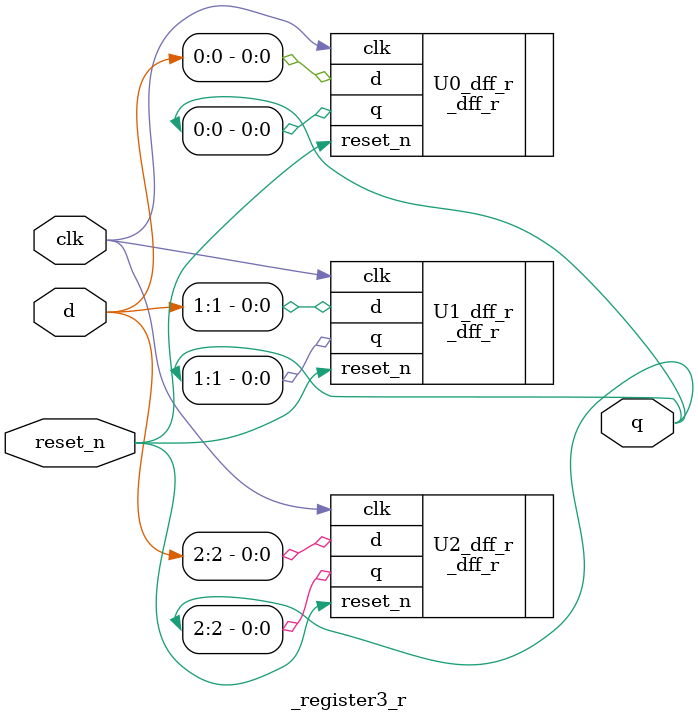
<source format=v>
module _register3_r(clk, reset_n, d, q); // Asynchronous D flip flop register
    input clk, reset_n; // input clock, reset
    input [2:0] d; // input d0, d1, d2
    output [2:0] q; // output q0, q1, q2
   
    _dff_r U0_dff_r(.clk(clk), .reset_n(reset_n), .d(d[0]), .q(q[0])); // instance Asynchronous Resettable D flip flop
    _dff_r U1_dff_r(.clk(clk), .reset_n(reset_n), .d(d[1]), .q(q[1]));  
    _dff_r U2_dff_r(.clk(clk), .reset_n(reset_n), .d(d[2]), .q(q[2])); 
endmodule
</source>
